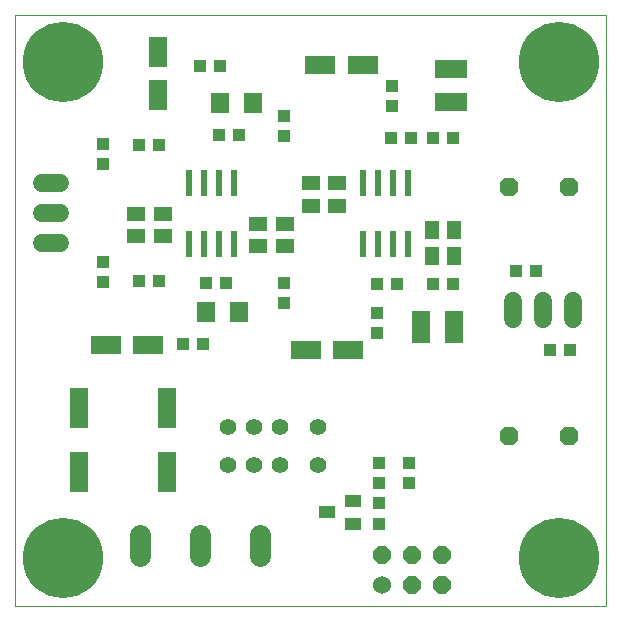
<source format=gts>
G75*
%MOIN*%
%OFA0B0*%
%FSLAX25Y25*%
%IPPOS*%
%LPD*%
%AMOC8*
5,1,8,0,0,1.08239X$1,22.5*
%
%ADD10C,0.00394*%
%ADD11R,0.02362X0.08661*%
%ADD12C,0.07050*%
%ADD13R,0.03937X0.04331*%
%ADD14R,0.04331X0.03937*%
%ADD15R,0.06299X0.07087*%
%ADD16R,0.10630X0.06299*%
%ADD17R,0.06299X0.10236*%
%ADD18R,0.10236X0.06299*%
%ADD19R,0.06299X0.13780*%
%ADD20R,0.05906X0.05118*%
%ADD21R,0.05118X0.05906*%
%ADD22OC8,0.06300*%
%ADD23R,0.06299X0.10630*%
%ADD24C,0.06000*%
%ADD25C,0.05600*%
%ADD26C,0.06000*%
%ADD27OC8,0.06000*%
%ADD28R,0.05512X0.03937*%
%ADD29C,0.26772*%
D10*
X0001800Y0001800D02*
X0001800Y0198650D01*
X0198650Y0198650D01*
X0198650Y0001800D01*
X0001800Y0001800D01*
D11*
X0059654Y0122272D03*
X0064654Y0122272D03*
X0069654Y0122272D03*
X0074654Y0122272D03*
X0074654Y0142745D03*
X0069654Y0142745D03*
X0064654Y0142745D03*
X0059654Y0142745D03*
X0117528Y0142745D03*
X0122528Y0142745D03*
X0127528Y0142745D03*
X0132528Y0142745D03*
X0132528Y0122272D03*
X0127528Y0122272D03*
X0122528Y0122272D03*
X0117528Y0122272D03*
D12*
X0083454Y0025463D02*
X0083454Y0018413D01*
X0063454Y0018413D02*
X0063454Y0025463D01*
X0043454Y0025463D02*
X0043454Y0018413D01*
D13*
X0057784Y0089044D03*
X0064477Y0089044D03*
X0065343Y0109320D03*
X0072036Y0109320D03*
X0049635Y0110068D03*
X0042942Y0110068D03*
X0042942Y0155343D03*
X0049635Y0155343D03*
X0069556Y0158532D03*
X0076249Y0158532D03*
X0069950Y0181564D03*
X0063257Y0181564D03*
X0127036Y0157745D03*
X0133729Y0157745D03*
X0140973Y0157706D03*
X0147666Y0157706D03*
X0168690Y0113375D03*
X0175383Y0113375D03*
X0179910Y0086879D03*
X0186603Y0086879D03*
X0147666Y0108887D03*
X0140973Y0108887D03*
X0128926Y0108926D03*
X0122233Y0108926D03*
X0123060Y0049241D03*
X0123060Y0042548D03*
D14*
X0123060Y0035855D03*
X0123060Y0029162D03*
X0132902Y0042548D03*
X0132902Y0049241D03*
X0122430Y0092666D03*
X0122430Y0099359D03*
X0091170Y0102784D03*
X0091170Y0109477D03*
X0091170Y0158296D03*
X0091170Y0164989D03*
X0127233Y0168296D03*
X0127233Y0174989D03*
X0030934Y0155540D03*
X0030934Y0148847D03*
X0030973Y0116485D03*
X0030973Y0109792D03*
D15*
X0065422Y0099792D03*
X0076446Y0099792D03*
X0081091Y0169477D03*
X0070068Y0169477D03*
D16*
X0147076Y0169517D03*
X0147076Y0180540D03*
D17*
X0049438Y0186170D03*
X0049438Y0171997D03*
D18*
X0103454Y0182115D03*
X0117627Y0182115D03*
X0046052Y0088690D03*
X0031879Y0088690D03*
X0098650Y0086839D03*
X0112824Y0086839D03*
D19*
X0052312Y0067666D03*
X0052312Y0046406D03*
X0022942Y0046328D03*
X0022942Y0067587D03*
D20*
X0042076Y0124910D03*
X0042076Y0132391D03*
X0050894Y0132391D03*
X0050894Y0124910D03*
X0082509Y0121682D03*
X0082509Y0129162D03*
X0091524Y0129162D03*
X0091524Y0121682D03*
X0100225Y0135068D03*
X0100225Y0142548D03*
X0108887Y0142548D03*
X0108887Y0135068D03*
D21*
X0140580Y0126997D03*
X0148060Y0126997D03*
X0148060Y0118335D03*
X0140580Y0118335D03*
D22*
X0166209Y0141170D03*
X0186209Y0141170D03*
X0186209Y0058493D03*
X0166209Y0058493D03*
D23*
X0147863Y0094713D03*
X0136839Y0094713D03*
D24*
X0167784Y0097225D02*
X0167784Y0103225D01*
X0177784Y0103225D02*
X0177784Y0097225D01*
X0187784Y0097225D02*
X0187784Y0103225D01*
X0016611Y0122509D02*
X0010611Y0122509D01*
X0010611Y0132509D02*
X0016611Y0132509D01*
X0016611Y0142509D02*
X0010611Y0142509D01*
D25*
X0072666Y0061249D03*
X0081328Y0061249D03*
X0089989Y0061249D03*
X0089989Y0048650D03*
X0081328Y0048650D03*
X0072666Y0048650D03*
X0102587Y0048650D03*
X0102587Y0061249D03*
D26*
X0124083Y0008611D03*
D27*
X0124083Y0018611D03*
X0134083Y0018611D03*
X0134083Y0008611D03*
X0144083Y0008611D03*
X0144083Y0018611D03*
D28*
X0114398Y0029162D03*
X0114398Y0036643D03*
X0105737Y0032902D03*
D29*
X0182902Y0017548D03*
X0017548Y0017548D03*
X0017548Y0182902D03*
X0182902Y0182902D03*
M02*

</source>
